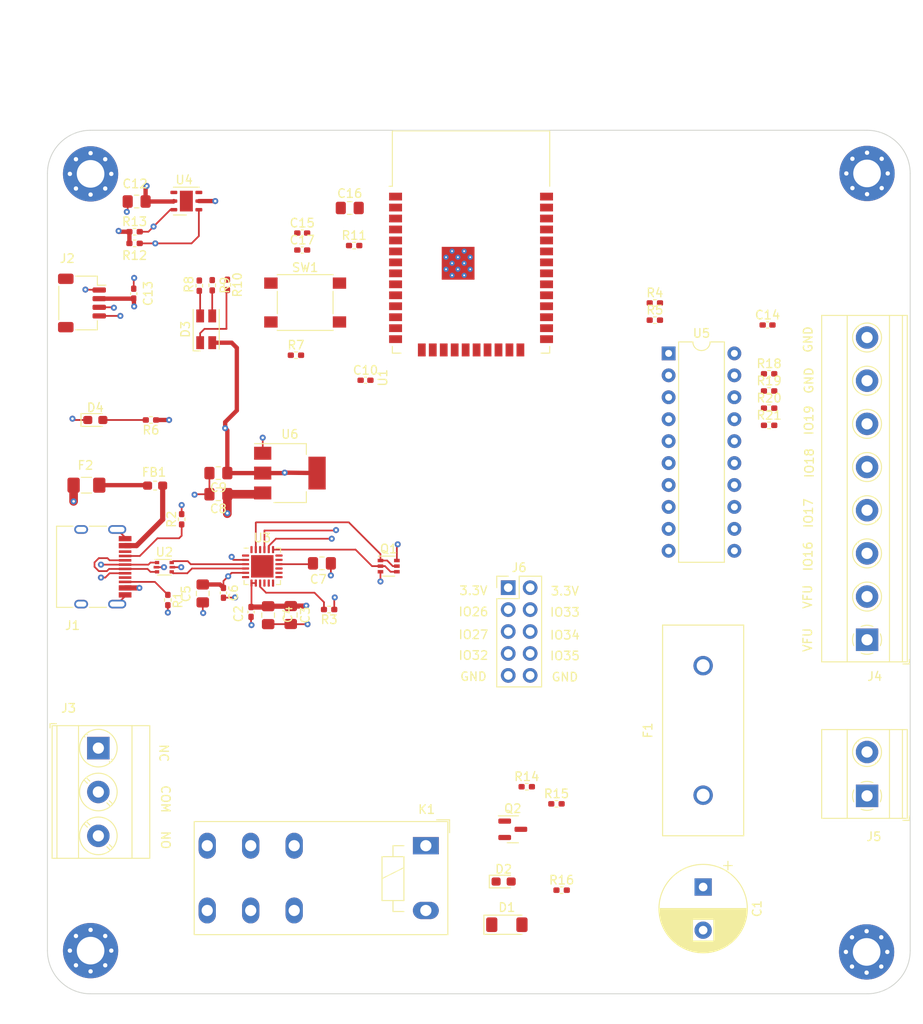
<source format=kicad_pcb>
(kicad_pcb (version 20221018) (generator pcbnew)
  (layers (0 "F.Cu" signal) (1 "In1.Cu" signal) (2 "In2.Cu" signal) (31 "B.Cu" signal) (34 "B.Paste" user) (35 "F.Paste" user) (36 "B.SilkS" user "B.Silkscreen") (37 "F.SilkS" user "F.Silkscreen") (38 "B.Mask" user) (39 "F.Mask" user) (44 "Edge.Cuts" user))
  (net 0 "")
  (net 1 "Net-(J5-Pin_1)")
  (net 2 "GND")
  (net 3 "+5V")
  (net 4 "+3.3VA")
  (net 5 "Net-(U3-VPP)")
  (net 6 "+3.3V")
  (net 7 "/SW")
  (net 8 "/EN")
  (net 9 "Net-(D1-A)")
  (net 10 "Net-(D2-A)")
  (net 11 "Net-(D3-RK)")
  (net 12 "Net-(D3-GK)")
  (net 13 "Net-(D3-BK)")
  (net 14 "Net-(D4-A)")
  (net 15 "Net-(J4-Pin_1)")
  (net 16 "Net-(F2-Pad1)")
  (net 17 "+5VP")
  (net 18 "Net-(J1-CC1)")
  (net 19 "Net-(J1-D+-PadA6)")
  (net 20 "Net-(J1-D--PadA7)")
  (net 22 "Net-(J1-CC2)")
  (net 24 "/SDA")
  (net 25 "/SCL")
  (net 26 "Net-(J3-Pin_1)")
  (net 27 "Net-(J3-Pin_2)")
  (net 28 "Net-(J3-Pin_3)")
  (net 29 "Net-(J4-Pin_3)")
  (net 30 "Net-(J4-Pin_4)")
  (net 31 "Net-(J4-Pin_5)")
  (net 32 "Net-(J4-Pin_6)")
  (net 33 "/GPIO26")
  (net 34 "/GPIO33")
  (net 35 "/GPIO27")
  (net 36 "/GPIO34")
  (net 37 "/GPIO32")
  (net 38 "/GPIO35")
  (net 39 "/DTR")
  (net 40 "/RTS")
  (net 41 "/IO0")
  (net 42 "Net-(Q2-B)")
  (net 43 "Net-(U3-~{RST})")
  (net 44 "Net-(U3-TXD)")
  (net 45 "/RX")
  (net 46 "Net-(U3-RXD)")
  (net 47 "/TX")
  (net 48 "/LED_R")
  (net 49 "/LED_G")
  (net 50 "/LED_B")
  (net 51 "/RELAY")
  (net 52 "Net-(U5-B0)")
  (net 53 "Net-(U5-B1)")
  (net 54 "Net-(U5-B2)")
  (net 55 "Net-(U5-B3)")
  (net 67 "/LEDSTR1")
  (net 68 "/LEDSTR2")
  (net 70 "/LEDSTR3")
  (net 71 "/LEDSTR4")
  (net 73 "Net-(U3-D+)")
  (net 74 "Net-(U3-D-)")
  (footprint "Capacitor_THT:CP_Radial_D10.0mm_P5.00mm" (layer "F.Cu") (at 160 138.632323 -90)
    (fp_text reference "C1")
    (fp_text value "1000uF/25V" hide)
  )
  (footprint "Connector_JST:JST_SH_SM04B-SRSS-TB_1x04-1MP_P1.00mm_Horizontal" (layer "F.Cu") (at 88 71 -90)
    (fp_text reference "J2")
    (fp_text value "Conn_01x04")
  )
  (footprint "Resistor_SMD:R_0402_1005Metric_Pad0.72x0.64mm_HandSolder" (layer "F.Cu") (at 119.55 64.35)
    (fp_text reference "R11")
    (fp_text value "10K")
  )
  (footprint "TerminalBlock_Phoenix:TerminalBlock_Phoenix_MKDS-1,5-8_1x08_P5.00mm_Horizontal" (layer "F.Cu") (at 179 110 90)
    (fp_text reference "J4")
    (fp_text value "Screw_Terminal_01x08")
  )
  (footprint "Capacitor_SMD:C_0402_1005Metric_Pad0.74x0.62mm_HandSolder" (layer "F.Cu") (at 94 69.9175 90)
    (fp_text reference "C13")
    (fp_text value "100nF")
  )
  (footprint "Connector_USB:USB_C_Receptacle_HRO_TYPE-C-31-M-12" (layer "F.Cu") (at 88.955 101.55 -90)
    (fp_text reference "J1")
    (fp_text value "USB_C_Receptacle_USB2.0")
  )
  (footprint "LED_SMD:LED_0603_1608Metric_Pad1.05x0.95mm_HandSolder" (layer "F.Cu") (at 136.875 138)
    (fp_text reference "D2")
    (fp_text value "YELLOW")
  )
  (footprint "Package_TO_SOT_SMD:SOT-223-3_TabPin2" (layer "F.Cu") (at 112.1 90.7)
    (fp_text reference "U6")
    (fp_text value "TLV1117LV-3.3")
  )
  (footprint "Resistor_SMD:R_0402_1005Metric_Pad0.72x0.64mm_HandSolder" (layer "F.Cu") (at 103.1 68.9475 -90)
    (fp_text reference "R9")
    (fp_text value "1K")
  )
  (footprint "LED_SMD:LED_0603_1608Metric_Pad1.05x0.95mm_HandSolder" (layer "F.Cu") (at 89.55 84.55)
    (fp_text reference "D4")
    (fp_text value "LED")
  )
  (footprint "Capacitor_SMD:C_0805_2012Metric_Pad1.18x1.45mm_HandSolder" (layer "F.Cu") (at 103.8125 90.7 180)
    (fp_text reference "C9")
    (fp_text value "22uF")
  )
  (footprint "Capacitor_SMD:C_0805_2012Metric_Pad1.18x1.45mm_HandSolder" (layer "F.Cu") (at 115.8125 101.15)
    (fp_text reference "C7")
    (fp_text value "4uF7")
  )
  (footprint "Resistor_SMD:R_0402_1005Metric_Pad0.72x0.64mm_HandSolder" (layer "F.Cu") (at 167.6475 83.18)
    (fp_text reference "R20")
    (fp_text value "22K")
  )
  (footprint "Package_TO_SOT_SMD:SOT-666" (layer "F.Cu") (at 97.555 101.6)
    (fp_text reference "U2")
    (fp_text value "USBLC6-2P6")
  )
  (footprint "Button_Switch_SMD:SW_Push_1P1T_NO_6x6mm_H9.5mm" (layer "F.Cu") (at 113.875 70.95)
    (fp_text reference "SW1")
    (fp_text value "SW_SPST")
  )
  (footprint "Capacitor_SMD:C_0402_1005Metric_Pad0.74x0.62mm_HandSolder" (layer "F.Cu") (at 107.6 106.7825 -90)
    (fp_text reference "C2")
    (fp_text value "100nF")
  )
  (footprint "Resistor_SMD:R_0402_1005Metric_Pad0.72x0.64mm_HandSolder" (layer "F.Cu") (at 116.6475 106.5 180)
    (fp_text reference "R3")
    (fp_text value "10K")
  )
  (footprint "Capacitor_SMD:C_0805_2012Metric_Pad1.18x1.45mm_HandSolder" (layer "F.Cu") (at 119.0375 60)
    (fp_text reference "C16")
    (fp_text value "22uF")
  )
  (footprint "TerminalBlock_Phoenix:TerminalBlock_Phoenix_MKDS-1,5-2-5.08_1x02_P5.08mm_Horizontal" (layer "F.Cu") (at 179 128.08 90)
    (fp_text reference "J5")
    (fp_text value "Screw_Terminal_01x02")
  )
  (footprint "Resistor_SMD:R_0402_1005Metric_Pad0.72x0.64mm_HandSolder" (layer "F.Cu") (at 101.6 68.9975 -90)
    (fp_text reference "R8")
    (fp_text value "1K")
  )
  (footprint "Capacitor_SMD:C_0805_2012Metric_Pad1.18x1.45mm_HandSolder" (layer "F.Cu") (at 102 104.6375 -90)
    (fp_text reference "C5")
    (fp_text value "22uF")
  )
  (footprint "Resistor_SMD:R_0402_1005Metric_Pad0.72x0.64mm_HandSolder" (layer "F.Cu") (at 94.0975 62.75)
    (fp_text reference "R13")
    (fp_text value "4K7")
  )
  (footprint "Capacitor_SMD:C_0402_1005Metric_Pad0.74x0.62mm_HandSolder" (layer "F.Cu") (at 113.53 64.87)
    (fp_text reference "C17")
    (fp_text value "100nF")
  )
  (footprint "Resistor_SMD:R_0402_1005Metric_Pad0.72x0.64mm_HandSolder" (layer "F.Cu") (at 154.4025 72.99)
    (fp_text reference "R5")
    (fp_text value "22K")
  )
  (footprint "RF_Module:ESP32-WROOM-32D" (layer "F.Cu") (at 133.1 66.93)
    (fp_text reference "U1")
    (fp_text value "ESP32-WROOM-32D")
  )
  (footprint "LED_SMD:LED_RGB_Wuerth-PLCC4_3.2x2.8mm_150141M173100" (layer "F.Cu") (at 102.4 74.05 90)
    (fp_text reference "D3")
    (fp_text value "LED_RGBA")
  )
  (footprint "Resistor_SMD:R_0402_1005Metric_Pad0.72x0.64mm_HandSolder" (layer "F.Cu") (at 167.6475 81.19)
    (fp_text reference "R19")
    (fp_text value "22K")
  )
  (footprint "Resistor_SMD:R_0402_1005Metric_Pad0.72x0.64mm_HandSolder" (layer "F.Cu") (at 167.6475 85.17)
    (fp_text reference "R21")
    (fp_text value "22K")
  )
  (footprint "Package_TO_SOT_SMD:SOT-363_SC-70-6" (layer "F.Cu") (at 123.55 101.475)
    (fp_text reference "Q1")
    (fp_text value "UMH3N")
  )
  (footprint "Resistor_SMD:R_0402_1005Metric_Pad0.72x0.64mm_HandSolder" (layer "F.Cu") (at 154.4025 71)
    (fp_text reference "R4")
    (fp_text value "22K")
  )
  (footprint "Package_DFN_QFN:QFN-24-1EP_4x4mm_P0.5mm_EP2.6x2.6mm" (layer "F.Cu") (at 108.9 101.5)
    (fp_text reference "U3")
    (fp_text value "CP2104")
  )
  (footprint "Package_TO_SOT_SMD:SOT-23" (layer "F.Cu") (at 137.9375 131.95)
    (fp_text reference "Q2")
    (fp_text value "BC817")
  )
  (footprint "Capacitor_SMD:C_0805_2012Metric_Pad1.18x1.45mm_HandSolder" (layer "F.Cu") (at 103.8125 93.15 180)
    (fp_text reference "C8")
    (fp_text value "22uF")
  )
  (footprint "Capacitor_SMD:C_0805_2012Metric_Pad1.18x1.45mm_HandSolder" (layer "F.Cu") (at 109.58 107.155 -90)
    (fp_text reference "C4")
    (fp_text value "22uF")
  )
  (footprint "Connector_PinHeader_2.54mm:PinHeader_2x05_P2.54mm_Vertical" (layer "F.Cu") (at 137.41 103.97)
    (fp_text reference "J6")
    (fp_text value "Conn_02x05_Odd_Even")
  )
  (footprint "Diode_SMD:D_MiniMELF" (layer "F.Cu") (at 137.25 143)
    (fp_text reference "D1")
    (fp_text value "LL4148" hide)
  )
  (footprint "Fuse:Fuse_1206_3216Metric_Pad1.42x1.75mm_HandSolder" (layer "F.Cu") (at 88.5175 92.1 180)
    (fp_text reference "F2")
    (fp_text value "Polyfuse 1A")
  )
  (footprint "Package_DFN_QFN:DFN-6-1EP_3x3mm_P1mm_EP1.5x2.4mm" (layer "F.Cu") (at 100.1 59.2 180)
    (fp_text reference "U4")
    (fp_text value "Si7021-A20")
  )
  (footprint "Resistor_SMD:R_0402_1005Metric_Pad0.72x0.64mm_HandSolder" (layer "F.Cu") (at 99.555 96.0475 90)
    (fp_text reference "R2")
    (fp_text value "5K1")
  )
  (footprint "MountingHole:MountingHole_3.2mm_M3_Pad_Via" (layer "F.Cu") (at 89 56.05)
    (fp_text reference "H1" hide)
    (fp_text value "Hole_Pad")
  )
  (footprint "Resistor_SMD:R_0402_1005Metric_Pad0.72x0.64mm_HandSolder" (layer "F.Cu") (at 112.8025 77.05)
    (fp_text reference "R7")
    (fp_text value "10K")
  )
  (footprint "Capacitor_SMD:C_0402_1005Metric_Pad0.74x0.62mm_HandSolder" (layer "F.Cu") (at 120.8675 79.95)
    (fp_text reference "C10")
    (fp_text value "100nF")
  )
  (footprint "MountingHole:MountingHole_3.2mm_M3_Pad_Via" (layer "F.Cu") (at 178.95 146.15)
    (fp_text reference "H3" hide)
    (fp_text value "Hole_Pad")
  )
  (footprint "Resistor_SMD:R_0402_1005Metric_Pad0.72x0.64mm_HandSolder" (layer "F.Cu") (at 104.85 68.8975 -90)
    (fp_text reference "R10")
    (fp_text value "1K")
  )
  (footprint "Capacitor_SMD:C_0402_1005Metric_Pad0.74x0.62mm_HandSolder" (layer "F.Cu") (at 167.4675 73.55)
    (fp_text reference "C14")
    (fp_text value "100nF")
  )
  (footprint "Inductor_SMD:L_0603_1608Metric_Pad1.05x0.95mm_HandSolder" (layer "F.Cu") (at 96.48 92.15 180)
    (fp_text reference "FB1")
    (fp_text value "BLM21PG221")
  )
  (footprint "Resistor_SMD:R_0402_1005Metric_Pad0.72x0.64mm_HandSolder" (layer "F.Cu") (at 97.955 105.3975 -90)
    (fp_text reference "R1")
    (fp_text value "5K1")
  )
  (footprint "Resistor_SMD:R_0402_1005Metric_Pad0.72x0.64mm_HandSolder" (layer "F.Cu") (at 95.9975 84.55 180)
    (fp_text reference "R6")
    (fp_text value "1K")
  )
  (footprint "Resistor_SMD:R_0402_1005Metric_Pad0.72x0.64mm_HandSolder" (layer "F.Cu") (at 94.0975 64.1)
    (fp_text reference "R12")
    (fp_text value "4K7")
  )
  (footprint "footprints from others:FUSE_696105003002" (layer "F.Cu") (at 160 120.5 90)
    (fp_text reference "F1")
    (fp_text value "Fuse")
  )
  (footprint "Capacitor_SMD:C_0805_2012Metric_Pad1.18x1.45mm_HandSolder" (layer "F.Cu") (at 94.3375 59.25 180)
    (fp_text reference "C12")
    (fp_text value "22uF")
  )
  (footprint "Capacitor_SMD:C_0805_2012Metric_Pad1.18x1.45mm_HandSolder" (layer "F.Cu") (at 112.2 107.1375 -90)
    (fp_text reference "C3")
    (fp_text value "4uF7")
  )
  (footprint "Resistor_SMD:R_0402_1005Metric_Pad0.72x0.64mm_HandSolder" (layer "F.Cu") (at 139.555 127.02)
    (fp_text reference "R14")
    (fp_text value "10K")
  )
  (footprint "MountingHole:MountingHole_3.2mm_M3_Pad_Via" (layer "F.Cu") (at 179 56)
    (fp_text reference "H4" hide)
    (fp_text value "Hole_Pad")
  )
  (footprint "TerminalBlock_Phoenix:TerminalBlock_Phoenix_MKDS-3-3-5.08_1x03_P5.08mm_Horizontal" (layer "F.Cu") (at 89.9 122.55 -90)
    (fp_text reference "J3")
    (fp_text value "Screw_Terminal_01x03" hide)
  )
  (footprint "MountingHole:MountingHole_3.2mm_M3_Pad_Via" (layer "F.Cu") (at 89 146)
    (fp_text reference "H2" hide)
    (fp_text value "Hole_Pad" hide)
  )
  (footprint "Capacitor_SMD:C_0402_1005Metric_Pad0.74x0.62mm_HandSolder" (layer "F.Cu") (at 104.4 104.5675 -90)
    (fp_text reference "C6")
    (fp_text value "100nF")
  )
  (footprint "Relay_THT:Relay_SPDT_Schrack-RT1-16A-FormC_RM5mm" (layer "F.Cu") (at 127.86 133.85 180)
    (fp_text reference "K1")
    (fp_text value "RT314A05" hide)
  )
  (footprint "Capacitor_SMD:C_0402_1005Metric_Pad0.74x0.62mm_HandSolder" (layer "F.Cu") (at 113.53 62.9)
    (fp_text reference "C15")
    (fp_text value "100nF")
  )
  (footprint "Resistor_SMD:R_0402_1005Metric_Pad0.72x0.64mm_HandSolder" (layer "F.Cu") (at 143.5975 139)
    (fp_text reference "R16")
    (fp_text value "1K")
  )
  (footprint "Resistor_SMD:R_0402_1005Metric_Pad0.72x0.64mm_HandSolder" (layer "F.Cu") (at 143 129)
    (fp_text reference "R15")
    (fp_text value "1K")
  )
  (footprint "Package_DIP:DIP-20_W7.62mm" (layer "F.Cu") (at 156 76.84)
    (fp_text reference "U5")
    (fp_text value "74AHCT245")
  )
  (footprint "Resistor_SMD:R_0402_1005Metric_Pad0.72x0.64mm_HandSolder" (layer "F.Cu") (at 167.6475 79.2)
    (fp_text reference "R18")
    (fp_text value "22K")
  )
  (gr_line (start 84 56) (end 84 146) (stroke (width 0.1)) (layer "Edge.Cuts"))
  (gr_line (start 184 146) (end 184 56) (stroke (width 0.1)) (layer "Edge.Cuts"))
  (gr_line (start 89 151) (end 179 151) (stroke (width 0.1)) (layer "Edge.Cuts"))
  (gr_arc (start 89 151) (mid 85.464466 149.535534) (end 84 146) (stroke (width 0.1)) (layer "Edge.Cuts"))
  (gr_arc (start 179 51) (mid 182.535534 52.464466) (end 184 56) (stroke (width 0.1)) (layer "Edge.Cuts"))
  (gr_arc (start 84 56) (mid 85.464466 52.464466) (end 89 51) (stroke (width 0.1)) (layer "Edge.Cuts"))
  (gr_arc (start 184 146) (mid 182.535534 149.535533) (end 179 151) (stroke (width 0.1)) (layer "Edge.Cuts"))
  (gr_line (start 179 51) (end 89 51) (stroke (width 0.1)) (layer "Edge.Cuts"))
  (gr_text "IO27" (at 131.564762 110) (layer "F.SilkS") (effects (font (size 1 1)) (justify left bottom)))
  (gr_text "IO19" (at 172.85 86.4 90) (layer "F.SilkS") (effects (font (size 1 1)) (justify left bottom)))
  (gr_text "3.3V\n" (at 131.66 104.9) (layer "F.SilkS") (effects (font (size 1 1)) (justify left bottom)))
  (gr_text "IO17" (at 172.8 97.15 90) (layer "F.SilkS") (effects (font (size 1 1)) (justify left bottom)))
  (gr_text "GND\n" (at 131.755238 114.85) (layer "F.SilkS") (effects (font (size 1 1)) (justify left bottom)))
  (gr_text "GND\n" (at 172.75 76.85 90) (layer "F.SilkS") (effects (font (size 1 1)) (justify left bottom)))
  (gr_text "IO33\n" (at 142.164762 107.4) (layer "F.SilkS") (effects (font (size 1 1)) (justify left bottom)))
  (gr_text "NO" (at 97.1 132.05 270) (layer "F.SilkS") (effects (font (size 1 1)) (justify left bottom)))
  (gr_text "GND\n" (at 142.355238 114.9) (layer "F.SilkS") (effects (font (size 1 1)) (justify left bottom)))
  (gr_text "IO34" (at 142.164762 110.05) (layer "F.SilkS") (effects (font (size 1 1)) (justify left bottom)))
  (gr_text "3.3V\n" (at 142.26 104.95) (layer "F.SilkS") (effects (font (size 1 1)) (justify left bottom)))
  (gr_text "IO16" (at 172.75 102.15 90) (layer "F.SilkS") (effects (font (size 1 1)) (justify left bottom)))
  (gr_text "VFU" (at 172.7 111.5 90) (layer "F.SilkS") (effects (font (size 1 1)) (justify left bottom)))
  (gr_text "GND\n" (at 172.85 81.6 90) (layer "F.SilkS") (effects (font (size 1 1)) (justify left bottom)))
  (gr_text "IO26\n" (at 131.564762 107.35) (layer "F.SilkS") (effects (font (size 1 1)) (justify left bottom)))
  (gr_text "IO18" (at 172.9 91.35 90) (layer "F.SilkS") (effects (font (size 1 1)) (justify left bottom)))
  (gr_text "COM" (at 97.1 126.75 -90) (layer "F.SilkS") (effects (font (size 1 1)) (justify left bottom)))
  (gr_text "VFU" (at 172.7 106.5 90) (layer "F.SilkS") (effects (font (size 1 1)) (justify left bottom)))
  (gr_text "IO35\n" (at 142.164762 112.45) (layer "F.SilkS") (effects (font (size 1 1)) (justify left bottom)))
  (gr_text "NC" (at 96.9 122 -90) (layer "F.SilkS") (effects (font (size 1 1)) (justify left bottom)))
  (gr_text "IO32" (at 131.564762 112.4) (layer "F.SilkS") (effects (font (size 1 1)) (justify left bottom)))
  (segment (start 103.45 59.2) (end 103.4 59.2) (width 0.5) (layer "F.Cu") (net 2))
  (segment (start 102.15 106.9) (end 102.05 106.8) (width 0.2) (layer "F.Cu") (net 2))
  (segment (start 105.35 100.55) (end 105.35 100.4) (width 0.2) (layer "F.Cu") (net 2))
  (segment (start 105.75 105.1) (end 105.735 105.135) (width 0.2) (layer "F.Cu") (net 2))
  (segment (start 94 69.35) (end 94 68.15) (width 0.2) (layer "F.Cu") (net 2))
  (segment (start 94 68.15) (end 94.05 68.1) (width 0.2) (layer "F.Cu") (net 2))
  (segment (start 112.2 108.175) (end 112.225 108.2) (width 0.2) (layer "F.Cu") (net 2))
  (segment (start 107.6 108.35) (end 107.6 108.4) (width 0.2) (layer "F.Cu") (net 2))
  (segment (start 112.225 108.2) (end 114.15 108.2) (width 0.2) (layer "F.Cu") (net 2))
  (segment (start 105.35 100.4) (end 105.35 100.45) (width 0.2) (layer "F.Cu") (net 2))
  (segment (start 102 105.675) (end 102 106.75) (width 0.2) (layer "F.Cu") (net 2))
  (segment (start 94.05 68.1) (end 94.05 68.1) (width 0.2) (layer "F.Cu") (net 2))
  (segment (start 93 98.145) (end 92.085 97.23) (width 0.2) (layer "F.Cu") (net 2))
  (segment (start 101.55 59.2) (end 103.45 59.2) (width 0.5) (layer "F.Cu") (net 2))
  (segment (start 88.675 84.55) (end 86.95 84.55) (width 0.2) (layer "F.Cu") (net 2))
  (segment (start 86.9 84.5) (end 86.9 84.4) (width 0.2) (layer "F.Cu") (net 2))
  (segment (start 104.4 105.135) (end 105.75 105.1) (width 0.2) (layer "F.Cu") (net 2))
  (segment (start 108.95 88.4) (end 108.95 86.6) (width 0.2) (layer "F.Cu") (net 2))
  (segment (start 93.3 59.25) (end 93.3 60.4) (width 0.2) (layer "F.Cu") (net 2))
  (segment (start 93.25 60.45) (end 93.2 60.45) (width 0.2) (layer "F.Cu") (net 2))
  (segment (start 93 98.3) (end 93 98.145) (width 0.2) (layer "F.Cu") (net 2))
  (segment (start 107.6 108.25) (end 107.65 108.3) (width 0.2) (layer "F.Cu") (net 2))
  (segment (start 86.9 84.4) (end 86.8 84.4) (width 0.2) (layer "F.Cu") (net 2))
  (segment (start 105.55 100.75) (end 105.35 100.55) (width 0.2) (layer "F.Cu") (net 2))
  (segment (start 93.2 60.5) (end 93.2 60.5) (width 0.2) (layer "F.Cu") (net 2))
  (segment (start 94.05 68.1) (end 94.05 68.1) (width 0.2) (layer "F.Cu") (net 2))
  (segment (start 97.955 105.995) (end 97.955 106.85) (width 0.2) (layer "F.Cu") (net 2))
  (segment (start 90 69.5) (end 88.4 69.45) (width 0.2) (layer "F.Cu") (net 2))
  (segment (start 109.58 108.1925) (end 112.1825 108.1925) (width 0.2) (layer "F.Cu") (net 2))
  (segment (start 99.655 94.4) (end 99.605 94.45) (width 0.2) (layer "F.Cu") (net 2))
  (segment (start 94.05 68.1) (end 94.1 68.05) (width 0.2) (layer "F.Cu") (net 2))
  (segment (start 99.555 94.4) (end 99.655 94.4) (width 0.2) (layer "F.Cu") (net 2))
  (segment (start 102.05 106.9) (end 102.15 106.9) (width 0.2) (layer "F.Cu") (net 2))
  (segment (start 99.555 94.5) (end 99.555 94.4) (width 0.2) (layer "F.Cu") (net 2))
  (segment (start 99.555 95.45) (end 99.555 94.5) (width 0.2) (layer "F.Cu") (net 2))
  (segment (start 86.8 84.4) (end 86.85 84.45) (width 0.2) (layer "F.Cu") (net 2))
  (segment (start 93.3 60.4) (end 93.25 60.45) (width 0.2) (layer "F.Cu") (net 2))
  (segment (start 102.775 90.7) (end 102.775 93.15) (width 0.2) (layer "F.Cu") (net 2))
  (segment (start 99.555 94.5) (end 99.555 94.5) (width 0.2) (layer "F.Cu") (net 2))
  (segment (start 86.95 84.55) (end 86.9 84.5) (width 0.2) (layer "F.Cu") (net 2))
  (segment (start 93 104.8) (end 93 104.955) (width 0.2) (layer "F.Cu") (net 2))
  (segment (start 107.6 107.35) (end 107.6 108.25) (width 0.2) (layer "F.Cu") (net 2))
  (segment (start 88.4 69.45) (end 88.4 69.5) (width 0.2) (layer "F.Cu") (net 2))
  (segment (start 102.775 93.15) (end 101.1 93.15) (width 0.2) (layer "F.Cu") (net 2))
  (segment (start 93.2 60.45) (end 93.2 60.5) (width 0.2) (layer "F.Cu") (net 2))
  (segment (start 106.9625 100.75) (end 105.55 100.75) (width 0.2) (layer "F.Cu") (net 2))
  (segment (start 96.53 101.6) (end 97.505 101.6) (width 0.2) (layer "F.Cu") (net 2))
  (segment (start 112.1825 108.1925) (end 112.2 108.175) (width 0.2) (layer "F.Cu") (net 2))
  (segment (start 107.65 108.3) (end 107.6 108.35) (width 0.2) (layer "F.Cu") (net 2))
  (segment (start 101.1 93.15) (end 101.05 93.2) (width 0.2) (layer "F.Cu") (net 2))
  (segment (start 116.85 101.15) (end 116.85 102.55) (width 0.2) (layer "F.Cu") (net 2))
  (segment (start 116.85 102.55) (end 116.85 102.6) (width 0.2) (layer "F.Cu") (net 2))
  (segment (start 93 104.955) (end 92.085 105.87) (width 0.2) (layer "F.Cu") (net 2))
  (segment (start 105.735 105.135) (end 105.75 105.15) (width 0.2) (layer "F.Cu") (net 2))
  (segment (start 102.05 106.8) (end 102.05 106.9) (width 0.2) (layer "F.Cu") (net 2))
  (segment (start 102 106.75) (end 102.05 106.8) (width 0.2) (layer "F.Cu") (net 2))
  (via (at 93.2 60.45) (size 0.7) (drill 0.3) (layers "F.Cu" "B.Cu") (net 2))
  (via (at 97.955 106.85) (size 0.7) (drill 0.3) (layers "F.Cu" "B.Cu") (net 2))
  (via (at 97.505 101.6) (size 0.7) (drill 0.3) (layers "F.Cu" "B.Cu") (net 2))
  (via (at 103.45 59.2) (size 0.7) (drill 0.3) (layers "F.Cu" "B.Cu") (net 2))
  (via (at 94.05 68.1) (size 0.7) (drill 0.3) (layers "F.Cu" "B.Cu") (net 2))
  (via (at 99.555 94.4) (size 0.7) (drill 0.3) (layers "F.Cu" "B.Cu") (net 2))
  (via (at 102.05 106.9) (size 0.7) (drill 0.3) (layers "F.Cu" "B.Cu") (net 2))
  (via (at 105.75 105.1) (size 0.7) (drill 0.3) (layers "F.Cu" "B.Cu") (net 2))
  (via (at 88.4 69.45) (size 0.7) (drill 0.3) (layers "F.Cu" "B.Cu") (net 2))
  (via (at 108.95 86.6) (size 0.7) (drill 0.3) (layers "F.Cu" "B.Cu") (net 2))
  (via (at 101.05 93.2) (size 0.7) (drill 0.3) (layers "F.Cu" "B.Cu") (net 2))
  (via (at 107.65 108.3) (size 0.7) (drill 0.3) (layers "F.Cu" "B.Cu") (net 2))
  (via (at 86.9 84.4) (size 0.7) (drill 0.3) (layers "F.Cu" "B.Cu") (net 2))
  (via (at 116.85 102.55) (size 0.7) (drill 0.3) (layers "F.Cu" "B.Cu") (net 2))
  (via (at 114.15 108.2) (size 0.7) (drill 0.3) (layers "F.Cu" "B.Cu") (net 2))
  (via (at 105.35 100.4) (size 0.7) (drill 0.3) (layers "F.Cu" "B.Cu") (net 2))
  (segment (start 107.65 103.4375) (end 107.65 106.165) (width 0.2) (layer "F.Cu") (net 3))
  (segment (start 112.1825 106.1175) (end 112.2 106.1) (width 0.6) (layer "F.Cu") (net 3))
  (segment (start 109.58 106.1175) (end 112.1825 106.1175) (width 0.6) (layer "F.Cu") (net 3))
  (segment (start 114 106.1) (end 114 106.05) (width 0.6) (layer "F.Cu") (net 3))
  (segment (start 99.505 101.6) (end 99.455 101.6) (width 0.2) (layer "F.Cu") (net 3))
  (segment (start 104.85 93.15) (end 108.8 93.15) (width 1) (layer "F.Cu") (net 3))
  (segment (start 98.48 101.6) (end 99.505 101.6) (width 0.2) (layer "F.Cu") (net 3))
  (segment (start 107.65 106.165) (end 107.6 106.215) (width 0.2) (layer "F.Cu") (net 3))
  (segment (start 114 106.05) (end 114.05 106.05) (width 0.6) (layer "F.Cu") (net 3))
  (segment (start 114 106.1) (end 114 106.1) (width 0.6) (layer "F.Cu") (net 3))
  (segment (start 108.8 93.15) (end 108.95 93) (width 1) (layer "F.Cu") (net 3))
  (segment (start 104.85 93.15) (end 104.85 95.35) (width 1) (layer "F.Cu") (net 3))
  (segment (start 112.2 106.1) (end 114 106.1) (width 0.6) (layer "F.Cu") (net 3))
  (segment (start 114.05 106.05) (end 114.05 106.05) (width 0.6) (layer "F.Cu") (net 3))
  (segment (start 109.4825 106.215) (end 109.58 106.1175) (width 0.6) (layer "F.Cu") (net 3))
  (segment (start 104.85 95.35) (end 104.85 95.4) (width 1) (layer "F.Cu") (net 3))
  (segment (start 107.6 106.215) (end 109.4825 106.215) (width 0.6) (layer "F.Cu") (net 3))
  (segment (start 107.65 103.4375) (end 108.15 103.4375) (width 0.2) (layer "F.Cu") (net 3))
  (segment (start 87.03 92.1) (end 87.03 93.975) (width 1) (layer "F.Cu") (net 3))
  (via (at 104.85 95.35) (size 0.7) (drill 0.3) (layers "F.Cu" "B.Cu") (net 3))
  (via (at 87.03 93.975) (size 0.7) (drill 0.3) (layers "F.Cu" "B.Cu") (net 3))
  (via (at 99.505 101.6) (size 0.7) (drill 0.3) (layers "F.Cu" "B.Cu") (net 3))
  (via (at 114 106.05) (size 0.7) (drill 0.3) (layers "F.Cu" "B.Cu") (net 3))
  (segment (start 117.245 105.155) (end 117.3 105.1) (width 0.2) (layer "F.Cu") (net 4))
  (segment (start 102 103.6) (end 104 103.6) (width 0.5) (layer "F.Cu") (net 4))
  (segment (start 104 103.6) (end 104.4 104) (width 0.5) (layer "F.Cu") (net 4))
  (segment (start 104.4 104) (end 104.4 103.2) (width 0.2) (layer "F.Cu") (net 4))
  (segment (start 106.9625 102.25) (end 105.35 102.25) (width 0.2) (layer "F.Cu") (net 4))
  (segment (start 105.2 102.65) (end 104.95 102.65) (width 0.2) (layer "F.Cu") (net 4))
  (segment (start 105.35 102.25) (end 104.95 102.65) (width 0.2) (layer "F.Cu") (net 4))
  (segment (start 104.4 103.2) (end 104.95 102.65) (width 0.2) (layer "F.Cu") (net 4))
  (segment (start 117.245 106.5) (end 117.245 105.155) (width 0.2) (layer "F.Cu") (net 4))
  (via (at 117.3 105.1) (size 0.7) (drill 0.3) (layers "F.Cu" "B.Cu") (net 4))
  (via (at 104.95 102.65) (size 0.7) (drill 0.3) (layers "F.Cu" "B.Cu") (net 4))
  (segment (start 114.675 101.25) (end 114.775 101.15) (width 0.2) (layer "F.Cu") (net 5))
  (segment (start 110.8375 101.25) (end 114.675 101.25) (width 0.2) (layer "F.Cu") (net 5))
  (segment (start 104.6 85.5) (end 104.6 85.6) (width 0.5) (layer "F.Cu") (net 6))
  (segment (start 108.95 90.7) (end 111.45 90.7) (width 0.5) (layer "F.Cu") (net 6))
  (segment (start 92.25 62.66) (end 92.25 62.66) (width 0.5) (layer "F.Cu") (net 6))
  (segment (start 93.5 62.75) (end 93.5 64.1) (width 0.5) (layer "F.Cu") (net 6))
  (segment (start 98.6 59.25) (end 98.65 59.2) (width 0.5) (layer "F.Cu") (net 6))
  (segment (start 96.595 84.55) (end 98.1 84.55) (width 0.5) (layer "F.Cu") (net 6))
  (segment (start 95.45 57.45) (end 95.5 57.45) (width 0.5) (layer "F.Cu") (net 6))
  (segment (start 105.95 83.45) (end 105.95 76.2) (width 0.5) (layer "F.Cu") (net 6))
  (segment (start 115.25 90.7) (end 111.5 90.65) (width 0.5) (layer "F.Cu") (net 6))
  (segment (start 93.985 70.5) (end 94 70.485) (width 0.5) (layer "F.Cu") (net 6))
  (segment (start 92.34 62.75) (end 92.25 62.66) (width 0.5) (layer "F.Cu") (net 6))
  (segment (start 95.375 59.25) (end 98.6 59.25) (width 0.5) (layer "F.Cu") (net 6))
  (segment (start 104.85 85.75) (end 104.6 85.5) (width 0.5) (layer "F.Cu") (net 6))
  (segment (start 104.85 90.7) (end 104.85 85.75) (width 0.5) (layer "F.Cu") (net 6))
  (segment (start 105.35 75.6) (end 105.9 76.15) (width 0.5) (layer "F.Cu") (net 6))
  (segment (start 95.5 57.4) (end 95.45 57.45) (width 0.5) (layer "F.Cu") (net 6))
  (segment (start 94 70.485) (end 94.05 71.4) (width 0.5) (layer "F.Cu") (net 6))
  (segment (start 104.85 90.7) (end 108.95 90.7) (width 0.5) (layer "F.Cu") (net 6))
  (segment (start 94.05 71.4) (end 94 71.4) (width 0.5) (layer "F.Cu") (net 6))
  (segment (start 104.6 84.8) (end 105.95 83.45) (width 0.5) (layer "F.Cu") (net 6))
  (segment (start 95.375 59.25) (end 95.375 57.525) (width 0.5) (layer "F.Cu") (net 6))
  (segment (start 111.5 90.65) (end 111.55 90.7) (width 0.5) (layer "F.Cu") (net 6))
  (segment (start 98.1 84.55) (end 98 84.55) (width 0.5) (layer "F.Cu") (net 6))
  (segment (start 105.95 76.2) (end 105.9 76.15) (width 0.5) (layer "F.Cu") (net 6))
  (segment (start 95.5 57.45) (end 95.5 57.4) (width 0.5) (layer "F.Cu") (net 6))
  (segment (start 111.45 90.7) (end 111.5 90.65) (width 0.5) (layer "F.Cu") (net 6))
  (segment (start 93.5 62.75) (end 92.34 62.75) (width 0.5) (layer "F.Cu") (net 6))
  (segment (start 95.375 57.525) (end 95.45 57.45) (width 0.5) (layer "F.Cu") (net 6))
  (segment (start 103.1 75.6) (end 105.35 75.6) (width 0.5) (layer "F.Cu") (net 6))
  (segment (start 104.6 85.5) (end 104.6 84.8) (width 0.5) (layer "F.Cu") (net 6))
  (segment (start 90 70.5) (end 93.985 70.5) (width 0.5) (layer "F.Cu") (net 6))
  (segment (start 92.25 62.66) (end 92.3 62.71) (width 0.5) (layer "F.Cu") (net 6))
  (segment (start 92.25 62.66) (end 92.25 62.66) (width 0.5) (layer "F.Cu") (net 6))
  (via (at 104.6 85.5) (size 0.7) (drill 0.3) (layers "F.Cu" "B.Cu") (net 6))
  (via (at 98.1 84.55) (size 0.7) (drill 0.3) (layers "F.Cu" "B.Cu") (net 6))
  (via (at 92.25 62.66) (size 0.7) (drill 0.3) (layers "F.Cu" "B.Cu") (net 6))
  (via (at 111.5 90.65) (size 0.7) (drill 0.3) (layers "F.Cu" "B.Cu") (net 6))
  (via (at 94.05 71.4) (size 0.7) (drill 0.3) (layers "F.Cu" "B.Cu") (net 6))
  (via (at 95.5 57.45) (size 0.7) (drill 0.3) (layers "F.Cu" "B.Cu") (net 6))
  (segment (start 122.6 102.125) (end 122.6 103.25) (width 0.2) (layer "F.Cu") (net 8))
  (segment (start 122.6 103.25) (end 122.6 103.3) (width 0.2) (layer "F.Cu") (net 8))
  (via (at 122.6 103.25) (size 0.7) (drill 0.3) (layers "F.Cu" "B.Cu") (net 8))
  (segment (start 101.7 69.695) (end 101.6 69.595) (width 0.2) (layer "F.Cu") (net 11))
  (segment (start 101.7 72.5) (end 101.7 69.695) (width 0.2) (layer "F.Cu") (net 11))
  (segment (start 103.1 72.5) (end 103.1 69.545) (width 0.2) (layer "F.Cu") (net 12))
  (segment (start 101.7 75.6) (end 101.7 74.5) (width 0.2) (layer "F.Cu") (net 13))
  (segment (start 101.7 74.5) (end 102.2 74) (width 0.2) (layer "F.Cu") (net 13))
  (segment (start 104.75 74) (end 104.75 69.595) (width 0.2) (layer "F.Cu") (net 13))
  (segment (start 102.2 74) (end 104.75 74) (width 0.2) (layer "F.Cu") (net 13))
  (segment (start 104.75 69.595) (end 104.85 69.495) (width 0.2) (layer "F.Cu") (net 13))
  (segment (start 90.425 84.55) (end 95.4 84.55) (width 0.2) (layer "F.Cu") (net 14))
  (segment (start 90.005 92.1) (end 95.555 92.1) (width 0.5) (layer "F.Cu") (net 16))
  (segment (start 95.555 92.1) (end 95.605 92.15) (width 0.5) (layer "F.Cu") (net 16))
  (segment (start 97.355 96.07) (end 97.355 92.15) (width 0.6) (layer "F.Cu") (net 17))
  (segment (start 93 99.1) (end 94.325 99.1) (width 0.6) (layer "F.Cu") (net 17))
  (segment (start 94.325 99.1) (end 97.355 96.07) (width 0.6) (layer "F.Cu") (net 17))
  (segment (start 93 104) (end 94.655 104) (width 0.6) (layer "F.Cu") (net 17))
  (via (at 94.655 104) (size 0.7) (drill 0.3) (layers "F.Cu" "B.Cu") (net 17))
  (segment (start 96.755 98.25) (end 99.255 98.25) (width 0.2) (layer "F.Cu") (net 18))
  (segment (start 99.255 98.25) (end 99.555 97.95) (width 0.2) (layer "F.Cu") (net 18))
  (segment (start 93 100.3) (end 94.705 100.3) (width 0.2) (layer "F.Cu") (net 18))
  (segment (start 94.705 100.3) (end 96.755 98.25) (width 0.2) (layer "F.Cu") (net 18))
  (segment (start 99.555 97.95) (end 99.555 96.645) (width 0.2) (layer "F.Cu") (net 18))
  (segment (start 90.205 101.3) (end 93 101.3) (width 0.2) (layer "F.Cu") (net 19))
  (segment (start 90.205 102.8) (end 90.705 102.8) (width 0.2) (layer "F.Cu") (net 19))
  (segment (start 90.705 102.8) (end 91.205 102.3) (width 0.2) (layer "F.Cu") (net 19))
  (segment (start 95.9425 101.0625) (end 96.705 101.0625) (width 0.2) (layer "F.Cu") (net 19))
  (segment (start 93 101.3) (end 95.705 101.3) (width 0.2) (layer "F.Cu") (net 19))
  (segment (start 95.705 101.3) (end 95.9425 101.0625) (width 0.2) (layer "F.Cu") (net 19))
  (segment (start 91.205 102.3) (end 93 102.3) (width 0.2) (layer "F.Cu") (net 19))
  (via (at 90.205 101.3) (size 0.7) (drill 0.3) (layers "F.Cu" "B.Cu") (net 19))
  (via (at 90.205 102.8) (size 0.7) (drill 0.3) (layers "F.Cu" "B.Cu") (net 19))
  (segment (start 89.455 101.55) (end 89.955 102.05) (width 0.2) (layer "F.Cu") (net 20))
  (segment (start 93 100.8) (end 91.205 100.8) (width 0.2) (layer "F.Cu") (net 20))
  (segment (start 91.139314 101.8) (end 93 101.8) (width 0.2) (layer "F.Cu") (net 20))
  (segment (start 95.605 101.8) (end 95.9425 102.1375) (width 0.2) (layer "F.Cu") (net 20))
  (segment (start 93 101.8) (end 95.605 101.8) (width 0.2) (layer "F.Cu") (net 20))
  (segment (start 89.955 102.05) (end 90.889314 102.05) (width 0.2) (layer "F.Cu") (net 20))
  (segment (start 90.955 100.55) (end 89.955 100.55) (width 0.2) (layer "F.Cu") (net 20))
  (segment (start 95.9425 102.1375) (end 96.705 102.1375) (width 0.2) (layer "F.Cu") (net 20))
  (segment (start 89.955 100.55) (end 89.455 101.05) (width 0.2) (layer "F.Cu") (net 20))
  (segment (start 89.455 101.05) (end 89.455 101.55) (width 0.2) (layer "F.Cu") (net 20))
  (segment (start 90.889314 102.05) (end 91.139314 101.8) (width 0.2) (layer "F.Cu") (net 20))
  (segment (start 91.205 100.8) (end 90.955 100.55) (width 0.2) (layer "F.Cu") (net 20))
  (segment (start 96.455 103.3) (end 97.955 104.8) (width 0.2) (layer "F.Cu") (net 22))
  (segment (start 93 103.3) (end 96.455 103.3) (width 0.2) (layer "F.Cu") (net 22))
  (segment (start 91.65 71.5) (end 91.7 71.55) (width 0.2) (layer "F.Cu") (net 24))
  (segment (start 90 71.5) (end 91.65 71.5) (width 0.2) (layer "F.Cu") (net 24))
  (segment (start 100.7 64.1) (end 96.5 64.1) (width 0.2) (layer "F.Cu") (net 24))
  (segment (start 101.55 63.25) (end 100.7 64.1) (width 0.2) (layer "F.Cu") (net 24))
  (segment (start 94.695 64.1) (end 96.5 64.1) (width 0.2) (layer "F.Cu") (net 24))
  (segment (start 101.55 60.2) (end 101.55 63.25) (width 0.2) (layer "F.Cu") (net 24))
  (via (at 91.7 71.55) (size 0.7) (drill 0.3) (layers "F.Cu" "B.Cu") (net 24))
  (via (at 96.5 64.1) (size 0.7) (drill 0.3) (layers "F.Cu" "B.Cu") (net 24))
  (segment (start 98.25 60.2) (end 96.3 62.15) (width 0.2) (layer "F.Cu") (net 25))
  (segment (start 96.3 62.15) (end 96.3 62.15) (width 0.2) (layer "F.Cu") (net 25))
  (segment (start 96.3 62.15) (end 96.3 62.15) (width 0.2) (layer "F.Cu") (net 25))
  (segment (start 92.4 72.5) (end 92.4 72.5) (width 0.2) (layer "F.Cu") (net 25))
  (segment (start 95.7 62.75) (end 96.3 62.15) (width 0.2) (layer "F.Cu") (net 25))
  (segment (start 92.4 72.5) (end 92.45 72.5) (width 0.2) (layer "F.Cu") (net 25))
  (segment (start 98.65 60.2) (end 98.25 60.2) (width 0.2) (layer "F.Cu") (net 25))
  (segment (start 94.695 62.75) (end 95.7 62.75) (width 0.2) (layer "F.Cu") (net 25))
  (segment (start 90 72.5) (end 92.4 72.5) (width 0.2) (layer "F.Cu") (net 25))
  (segment (start 96.3 62.15) (end 96.25 62.2) (width 0.2) (layer "F.Cu") (net 25))
  (segment (start 92.45 72.5) (end 92.45 72.45) (width 0.2) (layer "F.Cu") (net 25))
  (segment (start 92.45 72.45) (end 92.45 72.45) (width 0.2) (layer "F.Cu") (net 25))
  (via (at 96.3 62.15) (size 0.7) (drill 0.3) (layers "F.Cu" "B.Cu") (net 25))
  (via (at 92.45 72.5) (size 0.7) (drill 0.3) (layers "F.Cu" "B.Cu") (net 25))
  (segment (start 118.925 96.4) (end 122.6 100.075) (width 0.2) (layer "F.Cu") (net 39))
  (segment (start 108.15 96.45) (end 108.2 96.4) (width 0.2) (layer "F.Cu") (net 39))
  (segment (start 124.025 101.475) (end 124.5 101.475) (width 0.2) (layer "F.Cu") (net 39))
  (segment (start 122.6 100.075) (end 122.6 100.825) (width 0.2) (layer "F.Cu") (net 39))
  (segment (start 122.6 100.825) (end 123.375 100.825) (width 0.2) (layer "F.Cu") (net 39))
  (segment (start 123.375 100.825) (end 124.025 101.475) (width 0.2) (layer "F.Cu") (net 39))
  (segment (start 108.2 96.4) (end 118.925 96.4) (width 0.2) (layer "F.Cu") (net 39))
  (segment (start 108.15 99.5625) (end 108.15 96.45) (width 0.2) (layer "F.Cu") (net 39))
  (segment (start 121.625 101.475) (end 122.6 101.475) (width 0.2) (layer "F.Cu") (net 40))
  (segment (start 123.775 102.125) (end 124.5 102.125) (width 0.2) (layer "F.Cu") (net 40))
  (segment (start 119.7125 99.5625) (end 121.625 101.475) (width 0.2) (layer "F.Cu") (net 40))
  (segment (start 122.6 101.475) (end 123.125 101.475) (width 0.2) (layer "F.Cu") (net 40))
  (segment (start 110.15 99.5625) (end 119.7125 99.5625) (width 0.2) (layer "F.Cu") (net 40))
  (segment (start 123.125 101.475) (end 123.775 102.125) (width 0.2) (layer "F.Cu") (net 40))
  (segment (start 124.5 100.825) (end 124.5 99.05) (width 0.2) (layer "F.Cu") (net 41))
  (segment (start 124.5 99.05) (end 124.6 98.95) (width 0.2) (layer "F.Cu") (net 41))
  (via (at 124.6 98.95) (size 0.7) (drill 0.3) (layers "F.Cu" "B.Cu") (net 41))
  (segment (start 116.05 105.65) (end 116.05 106.5) (width 0.2) (layer "F.Cu") (net 43))
  (segment (start 108.65 103.4375) (end 108.65 103.862652) (width 0.2) (layer "F.Cu") (net 43))
  (segment (start 114.95 104.55) (end 116.05 105.65) (width 0.2) (layer "F.Cu") (net 43))
  (segment (start 109.337348 104.55) (end 114.95 104.55) (width 0.2) (layer "F.Cu") (net 43))
  (segment (start 108.65 103.862652) (end 109.337348 104.55) (width 0.2) (layer "F.Cu") (net 43))
  (segment (start 117.4 97.35) (end 109.15 97.35) (width 0.2) (layer "F.Cu") (net 44))
  (segment (start 109.15 97.35) (end 109.15 99.5625) (width 0.2) (layer "F.Cu") (net 44))
  (segment (start 117.45 97.3) (end 117.4 97.35) (width 0.2) (layer "F.Cu") (net 44))
  (via (at 117.45 97.3) (size 0.7) (drill 0.3) (layers "F.Cu" "B.Cu") (net 44))
  (segment (start 109.65 99.5625) (end 109.65 99.137348) (width 0.2) (layer "F.Cu") (net 46))
  (segment (start 116.95 98.3) (end 116.9 98.3) (width 0.2) (layer "F.Cu") (net 46))
  (segment (start 110.487348 98.3) (end 116.95 98.3) (width 0.2) (layer "F.Cu") (net 46))
  (segment (start 109.65 99.137348) (end 110.487348 98.3) (width 0.2) (layer "F.Cu") (net 46))
  (via (at 116.95 98.3) (size 0.7) (drill 0.3) (layers "F.Cu" "B.Cu") (net 46))
  (segment (start 100.255 100.9) (end 100.605 101.25) (width 0.2) (layer "F.Cu") (net 73))
  (segment (start 98.405 101.0625) (end 98.5675 100.9) (width 0.2) (layer "F.Cu") (net 73))
  (segment (start 98.5675 100.9) (end 100.255 100.9) (width 0.2) (layer "F.Cu") (net 73))
  (segment (start 100.605 101.25) (end 106.9625 101.25) (width 0.2) (layer "F.Cu") (net 73))
  (segment (start 100.205 102.3) (end 100.755 101.75) (width 0.2) (layer "F.Cu") (net 74))
  (segment (start 98.405 102.1375) (end 98.5675 102.3) (width 0.2) (layer "F.Cu") (net 74))
  (segment (start 100.755 101.75) (end 106.9625 101.75) (width 0.2) (layer "F.Cu") (net 74))
  (segment (start 98.5675 102.3) (end 100.205 102.3) (width 0.2) (layer "F.Cu") (net 74))
)
</source>
